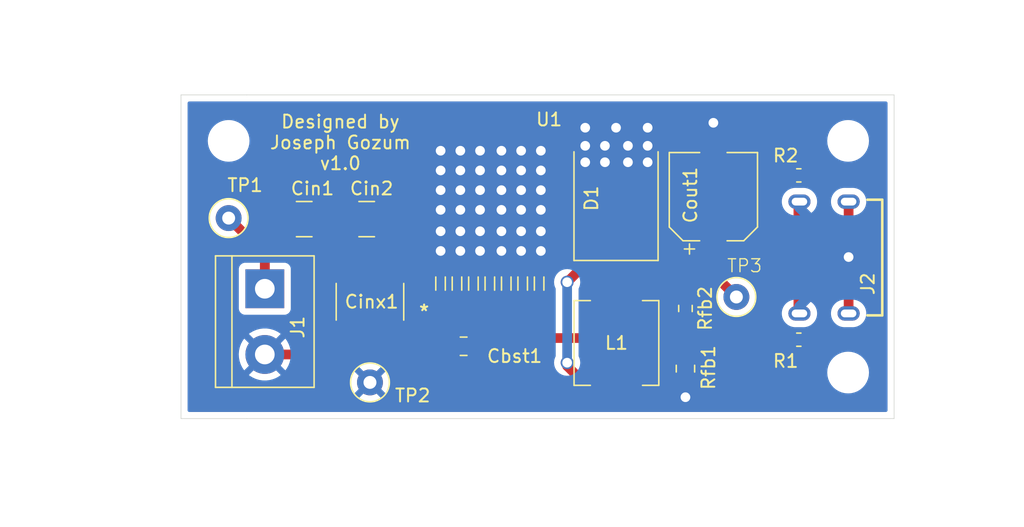
<source format=kicad_pcb>
(kicad_pcb (version 20211014) (generator pcbnew)
  (title_block (title "DC-DC Buck Converter for OctoPrint") (date "2022-01-19") (rev "1") (company "Joseph Gozum") (comment 1 "Designed by Joseph Gozum"))
  (layers (0 "F.Cu" signal) (31 "B.Cu" signal) (34 "B.Paste" user) (35 "F.Paste" user) (36 "B.SilkS" user "B.Silkscreen") (37 "F.SilkS" user "F.Silkscreen") (38 "B.Mask" user) (39 "F.Mask" user) (44 "Edge.Cuts" user))
  (net 0 "")
  (net 3 "Net-(Cin1-Pad2)")
  (net 4 "Vout+")
  (net 5 "Vin+")
  (net 6 "/Boost")
  (net 7 "/SW")
  (net 8 "Vin-")
  (net 9 "/Feedback")
  (net 10 "/CC1")
  (net 11 "/CC2")
  (footprint "Capacitor_SMD:C_0805_2012Metric" (layer "F.Cu") (at 134.62 114.681)
    (fp_text reference "Cbst1" (at 3.937 0.762) (layer "F.SilkS"))
    (fp_text value "10nF")
    (fp_line (start -0.258578 -0.71) (end 0.258578 -0.71) (layer "F.SilkS") (width 0.12))
    (fp_line (start -0.258578 0.71) (end 0.258578 0.71) (layer "F.SilkS") (width 0.12))
    (pad "1" smd roundrect locked (at -0.9375 0) (size 0.975 1.4) (layers "F.Cu" "F.Paste" "F.Mask") (net 7 "/SW"))
    (pad "2" smd roundrect locked (at 0.9375 0) (size 0.975 1.4) (layers "F.Cu" "F.Paste" "F.Mask") (net 6 "/Boost"))
  )
  (footprint "Capacitor_SMD:C_1210_3225Metric" (layer "F.Cu") (at 122.298 104.8535)
    (fp_text reference "Cin1" (at 0.638 -2.3645 180) (layer "F.SilkS"))
    (fp_text value "10uF")
    (fp_line (start -0.602064 1.36) (end 0.602064 1.36) (layer "F.SilkS") (width 0.12))
    (fp_line (start -0.602064 -1.36) (end 0.602064 -1.36) (layer "F.SilkS") (width 0.12))
    (pad "1" smd roundrect locked (at -1.4 0) (size 1.25 2.65) (layers "F.Cu" "F.Paste" "F.Mask") (roundrect_rratio 0.2) (net 5 "Vin+"))
    (pad "2" smd roundrect locked (at 1.4 0) (size 1.25 2.65) (layers "F.Cu" "F.Paste" "F.Mask") (roundrect_rratio 0.2) (net 3 "Net-(Cin1-Pad2)"))
  )
  (footprint "Capacitor_SMD:C_1210_3225Metric" (layer "F.Cu") (at 127.127 104.8535)
    (fp_text reference "Cin2" (at 0.381 -2.3645) (layer "F.SilkS"))
    (fp_text value "10uF")
    (fp_line (start -0.602064 1.36) (end 0.602064 1.36) (layer "F.SilkS") (width 0.12))
    (fp_line (start -0.602064 -1.36) (end 0.602064 -1.36) (layer "F.SilkS") (width 0.12))
    (pad "1" smd roundrect locked (at -1.4 0) (size 1.25 2.65) (layers "F.Cu" "F.Paste" "F.Mask") (roundrect_rratio 0.2) (net 3 "Net-(Cin1-Pad2)"))
    (pad "2" smd roundrect locked (at 1.4 0) (size 1.25 2.65) (layers "F.Cu" "F.Paste" "F.Mask") (roundrect_rratio 0.2) (net 8 "Vin-"))
  )
  (footprint "Capacitor_SMD:C_2220_5650Metric" (layer "F.Cu") (at 127.381 111.242 -90)
    (fp_text reference "Cinx1" (at 0 -0.127) (layer "F.SilkS"))
    (fp_text value "1uF")
    (fp_line (start -1.415748 -2.61) (end 1.415748 -2.61) (layer "F.SilkS") (width 0.12))
    (fp_line (start -1.415748 2.61) (end 1.415748 2.61) (layer "F.SilkS") (width 0.12))
    (pad "1" smd roundrect locked (at -2.55 0 270) (size 1.8 5.4) (layers "F.Cu" "F.Paste" "F.Mask") (roundrect_rratio 0.1388888889) (net 5 "Vin+"))
    (pad "2" smd roundrect locked (at 2.55 0 270) (size 1.8 5.4) (layers "F.Cu" "F.Paste" "F.Mask") (roundrect_rratio 0.1388888889) (net 8 "Vin-"))
  )
  (footprint "Diode_SMD:D_SMC" (layer "F.Cu") (at 146.4 103.251 90)
    (fp_text reference "D1" (at 0 -1.905 90) (layer "F.SilkS"))
    (fp_text value "440mV")
    (fp_line (start -4.8 3.25) (end -4.8 -3.25) (layer "F.SilkS") (width 0.12))
    (fp_line (start -4.8 3.25) (end 3.6 3.25) (layer "F.SilkS") (width 0.12))
    (fp_line (start -4.8 -3.25) (end 3.6 -3.25) (layer "F.SilkS") (width 0.12))
    (pad "1" smd rect locked (at -3.4 0 180) (size 3.3 2.5) (layers "F.Cu" "F.Paste" "F.Mask") (net 7 "/SW"))
    (pad "2" smd rect locked (at 3.4 0 180) (size 3.3 2.5) (layers "F.Cu" "F.Paste" "F.Mask") (net 8 "Vin-"))
  )
  (footprint "TerminalBlock:TerminalBlock_bornier-2_P5.08mm" (layer "F.Cu") (at 119.253 110.236 -90)
    (fp_text reference "J1" (at 2.9695 -2.54 90) (layer "F.SilkS"))
    (fp_text value "Screw_Terminal_01x02")
    (fp_line (start 7.62 2.54) (end -2.54 2.54) (layer "F.SilkS") (width 0.12))
    (fp_line (start 7.62 3.81) (end 7.62 -3.81) (layer "F.SilkS") (width 0.12))
    (fp_line (start -2.54 3.81) (end 7.62 3.81) (layer "F.SilkS") (width 0.12))
    (fp_line (start 7.62 -3.81) (end -2.54 -3.81) (layer "F.SilkS") (width 0.12))
    (fp_line (start -2.54 -3.81) (end -2.54 3.81) (layer "F.SilkS") (width 0.12))
    (pad "1" thru_hole rect locked (at 0 0 270) (size 3 3) (drill 1.52) (layers *.Cu *.Mask) (net 5 "Vin+"))
    (pad "2" thru_hole circle locked (at 5.08 0 270) (size 3 3) (drill 1.52) (layers *.Cu *.Mask) (net 8 "Vin-"))
  )
  (footprint "Inductor_SMD:L_Vishay_IHLP-2525" (layer "F.Cu") (at 146.431 114.427 90)
    (fp_text reference "L1" (at 0 0 180) (layer "F.SilkS"))
    (fp_text value "8.2uH")
    (fp_line (start 3.275 -3.275) (end 3.275 -2.0145) (layer "F.SilkS") (width 0.12))
    (fp_line (start 3.275 3.275) (end 3.275 2.0145) (layer "F.SilkS") (width 0.12))
    (fp_line (start -3.275 -2.0145) (end -3.275 -3.275) (layer "F.SilkS") (width 0.12))
    (fp_line (start -3.275 -3.275) (end 3.275 -3.275) (layer "F.SilkS") (width 0.12))
    (fp_line (start -3.275 2.0145) (end -3.275 3.275) (layer "F.SilkS") (width 0.12))
    (fp_line (start -3.275 3.275) (end 3.275 3.275) (layer "F.SilkS") (width 0.12))
    (pad "1" smd rect locked (at -2.921 0 90) (size 2.413 3.429) (layers "F.Cu" "F.Paste" "F.Mask") (net 7 "/SW"))
    (pad "2" smd rect locked (at 2.921 0 90) (size 2.413 3.429) (layers "F.Cu" "F.Paste" "F.Mask") (net 4 "Vout+"))
  )
  (footprint "Resistor_SMD:R_0603_1608Metric" (layer "F.Cu") (at 160.528 114.173 180)
    (fp_text reference "R1" (at 1.016 -1.651) (layer "F.SilkS"))
    (fp_text value "10kOhms")
    (fp_line (start -0.162779 0.51) (end 0.162779 0.51) (layer "F.SilkS") (width 0.12))
    (fp_line (start -0.162779 -0.51) (end 0.162779 -0.51) (layer "F.SilkS") (width 0.12))
    (pad "1" smd roundrect locked (at -0.7875 0 180) (size 0.875 0.95) (layers "F.Cu" "F.Paste" "F.Mask") (net 10 "/CC1"))
    (pad "2" smd roundrect locked (at 0.7875 0 180) (size 0.875 0.95) (layers "F.Cu" "F.Paste" "F.Mask") (net 4 "Vout+"))
  )
  (footprint "Resistor_SMD:R_0603_1608Metric" (layer "F.Cu") (at 160.528 101.473)
    (fp_text reference "R2" (at -1.016 -1.524) (layer "F.SilkS"))
    (fp_text value "10kOhms")
    (fp_line (start -0.162779 0.51) (end 0.162779 0.51) (layer "F.SilkS") (width 0.12))
    (fp_line (start -0.162779 -0.51) (end 0.162779 -0.51) (layer "F.SilkS") (width 0.12))
    (pad "1" smd roundrect locked (at -0.7875 0) (size 0.875 0.95) (layers "F.Cu" "F.Paste" "F.Mask") (net 4 "Vout+"))
    (pad "2" smd roundrect locked (at 0.7875 0) (size 0.875 0.95) (layers "F.Cu" "F.Paste" "F.Mask") (net 11 "/CC2"))
  )
  (footprint "Resistor_SMD:R_0805_2012Metric" (layer "F.Cu") (at 151.765 116.4105 90)
    (fp_text reference "Rfb1" (at 0.0785 1.778 90) (layer "F.SilkS"))
    (fp_text value "1kOhm")
    (fp_line (start -0.258578 0.71) (end 0.258578 0.71) (layer "F.SilkS") (width 0.12))
    (fp_line (start -0.258578 -0.71) (end 0.258578 -0.71) (layer "F.SilkS") (width 0.12))
    (pad "1" smd roundrect locked (at -0.9375 0 90) (size 0.975 1.4) (layers "F.Cu" "F.Paste" "F.Mask") (net 8 "Vin-"))
    (pad "2" smd roundrect locked (at 0.9375 0 90) (size 0.975 1.4) (layers "F.Cu" "F.Paste" "F.Mask") (net 9 "/Feedback"))
  )
  (footprint "Resistor_SMD:R_0603_1608Metric" (layer "F.Cu") (at 151.765 111.76 -90)
    (fp_text reference "Rfb2" (at 0 -1.524 -90) (layer "F.SilkS"))
    (fp_text value "3.01kOhm")
    (fp_line (start -0.237258 0.5225) (end 0.237258 0.5225) (layer "F.SilkS") (width 0.12))
    (fp_line (start -0.237258 -0.5225) (end 0.237258 -0.5225) (layer "F.SilkS") (width 0.12))
    (pad "1" smd roundrect locked (at -0.825 0 270) (size 0.8 0.95) (layers "F.Cu" "F.Paste" "F.Mask") (net 4 "Vout+"))
    (pad "2" smd roundrect locked (at 0.825 0 270) (size 0.8 0.95) (layers "F.Cu" "F.Paste" "F.Mask") (net 9 "/Feedback"))
  )
  (footprint "USB-C-6pin:GCT_USB4125-GF-A_REVA2" (layer "F.Cu") (at 163.576 107.823 90)
    (fp_text reference "J2" (at -2.032 2.286 90) (layer "F.SilkS"))
    (fp_text value "USB4125-GF-A_REVA2")
    (fp_poly (pts (xy -4.32 -0.05) (xy -4.349 -0.049) (xy -4.377 -0.047) (xy -4.406 -0.043) (xy -4.434 -0.038) (xy -4.462 -0.031) (xy -4.49 -0.023) (xy -4.517 -0.013) (xy -4.544 -0.002) (xy -4.57 0.01) (xy -4.595 0.024) (xy -4.62 0.039) (xy -4.643 0.055) (xy -4.666 0.073) (xy -4.688 0.091) (xy -4.709 0.111) (xy -4.729 0.132) (xy -4.747 0.154) (xy -4.765 0.177) (xy -4.781 0.2) (xy -4.796 0.225) (xy -4.81 0.25) (xy -4.822 0.276) (xy -4.833 0.303) (xy -4.843 0.33) (xy -4.851 0.358) (xy -4.858 0.386) (xy -4.863 0.414) (xy -4.867 0.443) (xy -4.869 0.471) (xy -4.87 0.5) (xy -4.87 1.1) (xy -4.869 1.129) (xy -4.867 1.157) (xy -4.863 1.186) (xy -4.858 1.214) (xy -4.851 1.242) (xy -4.843 1.27) (xy -4.833 1.297) (xy -4.822 1.324) (xy -4.81 1.35) (xy -4.796 1.375) (xy -4.781 1.4) (xy -4.765 1.423) (xy -4.747 1.446) (xy -4.729 1.468) (xy -4.709 1.489) (xy -4.688 1.509) (xy -4.666 1.527) (xy -4.643 1.545) (xy -4.62 1.561) (xy -4.595 1.576) (xy -4.57 1.59) (xy -4.544 1.602) (xy -4.517 1.613) (xy -4.49 1.623) (xy -4.462 1.631) (xy -4.434 1.638) (xy -4.406 1.643) (xy -4.377 1.647) (xy -4.349 1.649) (xy -4.32 1.65) (xy -4.291 1.649) (xy -4.263 1.647) (xy -4.234 1.643) (xy -4.206 1.638) (xy -4.178 1.631) (xy -4.15 1.623) (xy -4.123 1.613) (xy -4.096 1.602) (xy -4.07 1.59) (xy -4.045 1.576) (xy -4.02 1.561) (xy -3.997 1.545) (xy -3.974 1.527) (xy -3.952 1.509) (xy -3.931 1.489) (xy -3.911 1.468) (xy -3.893 1.446) (xy -3.875 1.423) (xy -3.859 1.4) (xy -3.844 1.375) (xy -3.83 1.35) (xy -3.818 1.324) (xy -3.807 1.297) (xy -3.797 1.27) (xy -3.789 1.242) (xy -3.782 1.214) (xy -3.777 1.186) (xy -3.773 1.157) (xy -3.771 1.129) (xy -3.77 1.1) (xy -3.77 0.5) (xy -3.771 0.471) (xy -3.773 0.443) (xy -3.777 0.414) (xy -3.782 0.386) (xy -3.789 0.358) (xy -3.797 0.33) (xy -3.807 0.303) (xy -3.818 0.276) (xy -3.83 0.25) (xy -3.844 0.225) (xy -3.859 0.2) (xy -3.875 0.177) (xy -3.893 0.154) (xy -3.911 0.132) (xy -3.931 0.111) (xy -3.952 0.091) (xy -3.974 0.073) (xy -3.997 0.055) (xy -4.02 0.039) (xy -4.045 0.024) (xy -4.07 0.01) (xy -4.096 -0.002) (xy -4.123 -0.013) (xy -4.15 -0.023) (xy -4.178 -0.031) (xy -4.206 -0.038) (xy -4.234 -0.043) (xy -4.263 -0.047) (xy -4.291 -0.049) (xy -4.32 -0.05)) (layer "F.Cu") (width 0.01) (fill solid))
    (fp_poly (pts (xy 4.32 -0.05) (xy 4.291 -0.049) (xy 4.263 -0.047) (xy 4.234 -0.043) (xy 4.206 -0.038) (xy 4.178 -0.031) (xy 4.15 -0.023) (xy 4.123 -0.013) (xy 4.096 -0.002) (xy 4.07 0.01) (xy 4.045 0.024) (xy 4.02 0.039) (xy 3.997 0.055) (xy 3.974 0.073) (xy 3.952 0.091) (xy 3.931 0.111) (xy 3.911 0.132) (xy 3.893 0.154) (xy 3.875 0.177) (xy 3.859 0.2) (xy 3.844 0.225) (xy 3.83 0.25) (xy 3.818 0.276) (xy 3.807 0.303) (xy 3.797 0.33) (xy 3.789 0.358) (xy 3.782 0.386) (xy 3.777 0.414) (xy 3.773 0.443) (xy 3.771 0.471) (xy 3.77 0.5) (xy 3.77 1.1) (xy 3.771 1.129) (xy 3.773 1.157) (xy 3.777 1.186) (xy 3.782 1.214) (xy 3.789 1.242) (xy 3.797 1.27) (xy 3.807 1.297) (xy 3.818 1.324) (xy 3.83 1.35) (xy 3.844 1.375) (xy 3.859 1.4) (xy 3.875 1.423) (xy 3.893 1.446) (xy 3.911 1.468) (xy 3.931 1.489) (xy 3.952 1.509) (xy 3.974 1.527) (xy 3.997 1.545) (xy 4.02 1.561) (xy 4.045 1.576) (xy 4.07 1.59) (xy 4.096 1.602) (xy 4.123 1.613) (xy 4.15 1.623) (xy 4.178 1.631) (xy 4.206 1.638) (xy 4.234 1.643) (xy 4.263 1.647) (xy 4.291 1.649) (xy 4.32 1.65) (xy 4.349 1.649) (xy 4.377 1.647) (xy 4.406 1.643) (xy 4.434 1.638) (xy 4.462 1.631) (xy 4.49 1.623) (xy 4.517 1.613) (xy 4.544 1.602) (xy 4.57 1.59) (xy 4.595 1.576) (xy 4.62 1.561) (xy 4.643 1.545) (xy 4.666 1.527) (xy 4.688 1.509) (xy 4.709 1.489) (xy 4.729 1.468) (xy 4.747 1.446) (xy 4.765 1.423) (xy 4.781 1.4) (xy 4.796 1.375) (xy 4.81 1.35) (xy 4.822 1.324) (xy 4.833 1.297) (xy 4.843 1.27) (xy 4.851 1.242) (xy 4.858 1.214) (xy 4.863 1.186) (xy 4.867 1.157) (xy 4.869 1.129) (xy 4.87 1.1) (xy 4.87 0.5) (xy 4.869 0.471) (xy 4.867 0.443) (xy 4.863 0.414) (xy 4.858 0.386) (xy 4.851 0.358) (xy 4.843 0.33) (xy 4.833 0.303) (xy 4.822 0.276) (xy 4.81 0.25) (xy 4.796 0.225) (xy 4.781 0.2) (xy 4.765 0.177) (xy 4.747 0.154) (xy 4.729 0.132) (xy 4.709 0.111) (xy 4.688 0.091) (xy 4.666 0.073) (xy 4.643 0.055) (xy 4.62 0.039) (xy 4.595 0.024) (xy 4.57 0.01) (xy 4.544 -0.002) (xy 4.517 -0.013) (xy 4.49 -0.023) (xy 4.462 -0.031) (xy 4.434 -0.038) (xy 4.406 -0.043) (xy 4.377 -0.047) (xy 4.349 -0.049) (xy 4.32 -0.05)) (layer "F.Cu") (width 0.01) (fill solid))
    (fp_poly (pts (xy -4.32 -3.85) (xy -4.349 -3.849) (xy -4.377 -3.847) (xy -4.406 -3.843) (xy -4.434 -3.838) (xy -4.462 -3.831) (xy -4.49 -3.823) (xy -4.517 -3.813) (xy -4.544 -3.802) (xy -4.57 -3.79) (xy -4.595 -3.776) (xy -4.62 -3.761) (xy -4.643 -3.745) (xy -4.666 -3.727) (xy -4.688 -3.709) (xy -4.709 -3.689) (xy -4.729 -3.668) (xy -4.747 -3.646) (xy -4.765 -3.623) (xy -4.781 -3.6) (xy -4.796 -3.575) (xy -4.81 -3.55) (xy -4.822 -3.524) (xy -4.833 -3.497) (xy -4.843 -3.47) (xy -4.851 -3.442) (xy -4.858 -3.414) (xy -4.863 -3.386) (xy -4.867 -3.357) (xy -4.869 -3.329) (xy -4.87 -3.3) (xy -4.87 -2.7) (xy -4.869 -2.671) (xy -4.867 -2.643) (xy -4.863 -2.614) (xy -4.858 -2.586) (xy -4.851 -2.558) (xy -4.843 -2.53) (xy -4.833 -2.503) (xy -4.822 -2.476) (xy -4.81 -2.45) (xy -4.796 -2.425) (xy -4.781 -2.4) (xy -4.765 -2.377) (xy -4.747 -2.354) (xy -4.729 -2.332) (xy -4.709 -2.311) (xy -4.688 -2.291) (xy -4.666 -2.273) (xy -4.643 -2.255) (xy -4.62 -2.239) (xy -4.595 -2.224) (xy -4.57 -2.21) (xy -4.544 -2.198) (xy -4.517 -2.187) (xy -4.49 -2.177) (xy -4.462 -2.169) (xy -4.434 -2.162) (xy -4.406 -2.157) (xy -4.377 -2.153) (xy -4.349 -2.151) (xy -4.32 -2.15) (xy -4.291 -2.151) (xy -4.263 -2.153) (xy -4.234 -2.157) (xy -4.206 -2.162) (xy -4.178 -2.169) (xy -4.15 -2.177) (xy -4.123 -2.187) (xy -4.096 -2.198) (xy -4.07 -2.21) (xy -4.045 -2.224) (xy -4.02 -2.239) (xy -3.997 -2.255) (xy -3.974 -2.273) (xy -3.952 -2.291) (xy -3.931 -2.311) (xy -3.911 -2.332) (xy -3.893 -2.354) (xy -3.875 -2.377) (xy -3.859 -2.4) (xy -3.844 -2.425) (xy -3.83 -2.45) (xy -3.818 -2.476) (xy -3.807 -2.503) (xy -3.797 -2.53) (xy -3.789 -2.558) (xy -3.782 -2.586) (xy -3.777 -2.614) (xy -3.773 -2.643) (xy -3.771 -2.671) (xy -3.77 -2.7) (xy -3.77 -3.3) (xy -3.771 -3.329) (xy -3.773 -3.357) (xy -3.777 -3.386) (xy -3.782 -3.414) (xy -3.789 -3.442) (xy -3.797 -3.47) (xy -3.807 -3.497) (xy -3.818 -3.524) (xy -3.83 -3.55) (xy -3.844 -3.575) (xy -3.859 -3.6) (xy -3.875 -3.623) (xy -3.893 -3.646) (xy -3.911 -3.668) (xy -3.931 -3.689) (xy -3.952 -3.709) (xy -3.974 -3.727) (xy -3.997 -3.745) (xy -4.02 -3.761) (xy -4.045 -3.776) (xy -4.07 -3.79) (xy -4.096 -3.802) (xy -4.123 -3.813) (xy -4.15 -3.823) (xy -4.178 -3.831) (xy -4.206 -3.838) (xy -4.234 -3.843) (xy -4.263 -3.847) (xy -4.291 -3.849) (xy -4.32 -3.85)) (layer "F.Cu") (width 0.01) (fill solid))
    (fp_poly (pts (xy 4.32 -3.85) (xy 4.291 -3.849) (xy 4.263 -3.847) (xy 4.234 -3.843) (xy 4.206 -3.838) (xy 4.178 -3.831) (xy 4.15 -3.823) (xy 4.123 -3.813) (xy 4.096 -3.802) (xy 4.07 -3.79) (xy 4.045 -3.776) (xy 4.02 -3.761) (xy 3.997 -3.745) (xy 3.974 -3.727) (xy 3.952 -3.709) (xy 3.931 -3.689) (xy 3.911 -3.668) (xy 3.893 -3.646) (xy 3.875 -3.623) (xy 3.859 -3.6) (xy 3.844 -3.575) (xy 3.83 -3.55) (xy 3.818 -3.524) (xy 3.807 -3.497) (xy 3.797 -3.47) (xy 3.789 -3.442) (xy 3.782 -3.414) (xy 3.777 -3.386) (xy 3.773 -3.357) (xy 3.771 -3.329) (xy 3.77 -3.3) (xy 3.77 -2.7) (xy 3.771 -2.671) (xy 3.773 -2.643) (xy 3.777 -2.614) (xy 3.782 -2.586) (xy 3.789 -2.558) (xy 3.797 -2.53) (xy 3.807 -2.503) (xy 3.818 -2.476) (xy 3.83 -2.45) (xy 3.844 -2.425) (xy 3.859 -2.4) (xy 3.875 -2.377) (xy 3.893 -2.354) (xy 3.911 -2.332) (xy 3.931 -2.311) (xy 3.952 -2.291) (xy 3.974 -2.273) (xy 3.997 -2.255) (xy 4.02 -2.239) (xy 4.045 -2.224) (xy 4.07 -2.21) (xy 4.096 -2.198) (xy 4.123 -2.187) (xy 4.15 -2.177) (xy 4.178 -2.169) (xy 4.206 -2.162) (xy 4.234 -2.157) (xy 4.263 -2.153) (xy 4.291 -2.151) (xy 4.32 -2.15) (xy 4.349 -2.151) (xy 4.377 -2.153) (xy 4.406 -2.157) (xy 4.434 -2.162) (xy 4.462 -2.169) (xy 4.49 -2.177) (xy 4.517 -2.187) (xy 4.544 -2.198) (xy 4.57 -2.21) (xy 4.595 -2.224) (xy 4.62 -2.239) (xy 4.643 -2.255) (xy 4.666 -2.273) (xy 4.688 -2.291) (xy 4.709 -2.311) (xy 4.729 -2.332) (xy 4.747 -2.354) (xy 4.765 -2.377) (xy 4.781 -2.4) (xy 4.796 -2.425) (xy 4.81 -2.45) (xy 4.822 -2.476) (xy 4.833 -2.503) (xy 4.843 -2.53) (xy 4.851 -2.558) (xy 4.858 -2.586) (xy 4.863 -2.614) (xy 4.867 -2.643) (xy 4.869 -2.671) (xy 4.87 -2.7) (xy 4.87 -3.3) (xy 4.869 -3.329) (xy 4.867 -3.357) (xy 4.863 -3.386) (xy 4.858 -3.414) (xy 4.851 -3.442) (xy 4.843 -3.47) (xy 4.833 -3.497) (xy 4.822 -3.524) (xy 4.81 -3.55) (xy 4.796 -3.575) (xy 4.781 -3.6) (xy 4.765 -3.623) (xy 4.747 -3.646) (xy 4.729 -3.668) (xy 4.709 -3.689) (xy 4.688 -3.709) (xy 4.666 -3.727) (xy 4.643 -3.745) (xy 4.62 -3.761) (xy 4.595 -3.776) (xy 4.57 -3.79) (xy 4.544 -3.802) (xy 4.517 -3.813) (xy 4.49 -3.823) (xy 4.462 -3.831) (xy 4.434 -3.838) (xy 4.406 -3.843) (xy 4.377 -3.847) (xy 4.349 -3.849) (xy 4.32 -3.85)) (layer "F.Cu") (width 0.01) (fill solid))
    (fp_poly (pts (xy 4.32 -0.05) (xy 4.291 -0.049) (xy 4.263 -0.047) (xy 4.234 -0.043) (xy 4.206 -0.038) (xy 4.178 -0.031) (xy 4.15 -0.023) (xy 4.123 -0.013) (xy 4.096 -0.002) (xy 4.07 0.01) (xy 4.045 0.024) (xy 4.02 0.039) (xy 3.997 0.055) (xy 3.974 0.073) (xy 3.952 0.091) (xy 3.931 0.111) (xy 3.911 0.132) (xy 3.893 0.154) (xy 3.875 0.177) (xy 3.859 0.2) (xy 3.844 0.225) (xy 3.83 0.25) (xy 3.818 0.276) (xy 3.807 0.303) (xy 3.797 0.33) (xy 3.789 0.358) (xy 3.782 0.386) (xy 3.777 0.414) (xy 3.773 0.443) (xy 3.771 0.471) (xy 3.77 0.5) (xy 3.77 1.1) (xy 3.771 1.129) (xy 3.773 1.157) (xy 3.777 1.186) (xy 3.782 1.214) (xy 3.789 1.242) (xy 3.797 1.27) (xy 3.807 1.297) (xy 3.818 1.324) (xy 3.83 1.35) (xy 3.844 1.375) (xy 3.859 1.4) (xy 3.875 1.423) (xy 3.893 1.446) (xy 3.911 1.468) (xy 3.931 1.489) (xy 3.952 1.509) (xy 3.974 1.527) (xy 3.997 1.545) (xy 4.02 1.561) (xy 4.045 1.576) (xy 4.07 1.59) (xy 4.096 1.602) (xy 4.123 1.613) (xy 4.15 1.623) (xy 4.178 1.631) (xy 4.206 1.638) (xy 4.234 1.643) (xy 4.263 1.647) (xy 4.291 1.649) (xy 4.32 1.65) (xy 4.349 1.649) (xy 4.377 1.647) (xy 4.406 1.643) (xy 4.434 1.638) (xy 4.462 1.631) (xy 4.49 1.623) (xy 4.517 1.613) (xy 4.544 1.602) (xy 4.57 1.59) (xy 4.595 1.576) (xy 4.62 1.561) (xy 4.643 1.545) (xy 4.666 1.527) (xy 4.688 1.509) (xy 4.709 1.489) (xy 4.729 1.468) (xy 4.747 1.446) (xy 4.765 1.423) (xy 4.781 1.4) (xy 4.796 1.375) (xy 4.81 1.35) (xy 4.822 1.324) (xy 4.833 1.297) (xy 4.843 1.27) (xy 4.851 1.242) (xy 4.858 1.214) (xy 4.863 1.186) (xy 4.867 1.157) (xy 4.869 1.129) (xy 4.87 1.1) (xy 4.87 0.5) (xy 4.869 0.471) (xy 4.867 0.443) (xy 4.863 0.414) (xy 4.858 0.386) (xy 4.851 0.358) (xy 4.843 0.33) (xy 4.833 0.303) (xy 4.822 0.276) (xy 4.81 0.25) (xy 4.796 0.225) (xy 4.781 0.2) (xy 4.765 0.177) (xy 4.747 0.154) (xy 4.729 0.132) (xy 4.709 0.111) (xy 4.688 0.091) (xy 4.666 0.073) (xy 4.643 0.055) (xy 4.62 0.039) (xy 4.595 0.024) (xy 4.57 0.01) (xy 4.544 -0.002) (xy 4.517 -0.013) (xy 4.49 -0.023) (xy 4.462 -0.031) (xy 4.434 -0.038) (xy 4.406 -0.043) (xy 4.377 -0.047) (xy 4.349 -0.049) (xy 4.32 -0.05)) (layer "B.Cu") (width 0.01) (fill solid))
    (fp_poly (pts (xy -4.32 -3.85) (xy -4.349 -3.849) (xy -4.377 -3.847) (xy -4.406 -3.843) (xy -4.434 -3.838) (xy -4.462 -3.831) (xy -4.49 -3.823) (xy -4.517 -3.813) (xy -4.544 -3.802) (xy -4.57 -3.79) (xy -4.595 -3.776) (xy -4.62 -3.761) (xy -4.643 -3.745) (xy -4.666 -3.727) (xy -4.688 -3.709) (xy -4.709 -3.689) (xy -4.729 -3.668) (xy -4.747 -3.646) (xy -4.765 -3.623) (xy -4.781 -3.6) (xy -4.796 -3.575) (xy -4.81 -3.55) (xy -4.822 -3.524) (xy -4.833 -3.497) (xy -4.843 -3.47) (xy -4.851 -3.442) (xy -4.858 -3.414) (xy -4.863 -3.386) (xy -4.867 -3.357) (xy -4.869 -3.329) (xy -4.87 -3.3) (xy -4.87 -2.7) (xy -4.869 -2.671) (xy -4.867 -2.643) (xy -4.863 -2.614) (xy -4.858 -2.586) (xy -4.851 -2.558) (xy -4.843 -2.53) (xy -4.833 -2.503) (xy -4.822 -2.476) (xy -4.81 -2.45) (xy -4.796 -2.425) (xy -4.781 -2.4) (xy -4.765 -2.377) (xy -4.747 -2.354) (xy -4.729 -2.332) (xy -4.709 -2.311) (xy -4.688 -2.291) (xy -4.666 -2.273) (xy -4.643 -2.255) (xy -4.62 -2.239) (xy -4.595 -2.224) (xy -4.57 -2.21) (xy -4.544 -2.198) (xy -4.517 -2.187) (xy -4.49 -2.177) (xy -4.462 -2.169) (xy -4.434 -2.162) (xy -4.406 -2.157) (xy -4.377 -2.153) (xy -4.349 -2.151) (xy -4.32 -2.15) (xy -4.291 -2.151) (xy -4.263 -2.153) (xy -4.234 -2.157) (xy -4.206 -2.162) (xy -4.178 -2.169) (xy -4.15 -2.177) (xy -4.123 -2.187) (xy -4.096 -2.198) (xy -4.07 -2.21) (xy -4.045 -2.224) (xy -4.02 -2.239) (xy -3.997 -2.255) (xy -3.974 -2.273) (xy -3.952 -2.291) (xy -3.931 -2.311) (xy -3.911 -2.332) (xy -3.893 -2.354) (xy -3.875 -2.377) (xy -3.859 -2.4) (xy -3.844 -2.425) (xy -3.83 -2.45) (xy -3.818 -2.476) (xy -3.807 -2.503) (xy -3.797 -2.53) (xy -3.789 -2.558) (xy -3.782 -2.586) (xy -3.777 -2.614) (xy -3.773 -2.643) (xy -3.771 -2.671) (xy -3.77 -2.7) (xy -3.77 -3.3) (xy -3.771 -3.329) (xy -3.773 -3.357) (xy -3.777 -3.386) (xy -3.782 -3.414) (xy -3.789 -3.442) (xy -3.797 -3.47) (xy -3.807 -3.497) (xy -3.818 -3.524) (xy -3.83 -3.55) (xy -3.844 -3.575) (xy -3.859 -3.6) (xy -3.875 -3.623) (xy -3.893 -3.646) (xy -3.911 -3.668) (xy -3.931 -3.689) (xy -3.952 -3.709) (xy -3.974 -3.727) (xy -3.997 -3.745) (xy -4.02 -3.761) (xy -4.045 -3.776) (xy -4.07 -3.79) (xy -4.096 -3.802) (xy -4.123 -3.813) (xy -4.15 -3.823) (xy -4.178 -3.831) (xy -4.206 -3.838) (xy -4.234 -3.843) (xy -4.263 -3.847) (xy -4.291 -3.849) (xy -4.32 -3.85)) (layer "B.Cu") (width 0.01) (fill solid))
    (fp_poly (pts (xy -4.32 -0.05) (xy -4.349 -0.049) (xy -4.377 -0.047) (xy -4.406 -0.043) (xy -4.434 -0.038) (xy -4.462 -0.031) (xy -4.49 -0.023) (xy -4.517 -0.013) (xy -4.544 -0.002) (xy -4.57 0.01) (xy -4.595 0.024) (xy -4.62 0.039) (xy -4.643 0.055) (xy -4.666 0.073) (xy -4.688 0.091) (xy -4.709 0.111) (xy -4.729 0.132) (xy -4.747 0.154) (xy -4.765 0.177) (xy -4.781 0.2) (xy -4.796 0.225) (xy -4.81 0.25) (xy -4.822 0.276) (xy -4.833 0.303) (xy -4.843 0.33) (xy -4.851 0.358) (xy -4.858 0.386) (xy -4.863 0.414) (xy -4.867 0.443) (xy -4.869 0.471) (xy -4.87 0.5) (xy -4.87 1.1) (xy -4.869 1.129) (xy -4.867 1.157) (xy -4.863 1.186) (xy -4.858 1.214) (xy -4.851 1.242) (xy -4.843 1.27) (xy -4.833 1.297) (xy -4.822 1.324) (xy -4.81 1.35) (xy -4.796 1.375) (xy -4.781 1.4) (xy -4.765 1.423) (xy -4.747 1.446) (xy -4.729 1.468) (xy -4.709 1.489) (xy -4.688 1.509) (xy -4.666 1.527) (xy -4.643 1.545) (xy -4.62 1.561) (xy -4.595 1.576) (xy -4.57 1.59) (xy -4.544 1.602) (xy -4.517 1.613) (xy -4.49 1.623) (xy -4.462 1.631) (xy -4.434 1.638) (xy -4.406 1.643) (xy -4.377 1.647) (xy -4.349 1.649) (xy -4.32 1.65) (xy -4.291 1.649) (xy -4.263 1.647) (xy -4.234 1.643) (xy -4.206 1.638) (xy -4.178 1.631) (xy -4.15 1.623) (xy -4.123 1.613) (xy -4.096 1.602) (xy -4.07 1.59) (xy -4.045 1.576) (xy -4.02 1.561) (xy -3.997 1.545) (xy -3.974 1.527) (xy -3.952 1.509) (xy -3.931 1.489) (xy -3.911 1.468) (xy -3.893 1.446) (xy -3.875 1.423) (xy -3.859 1.4) (xy -3.844 1.375) (xy -3.83 1.35) (xy -3.818 1.324) (xy -3.807 1.297) (xy -3.797 1.27) (xy -3.789 1.242) (xy -3.782 1.214) (xy -3.777 1.186) (xy -3.773 1.157) (xy -3.771 1.129) (xy -3.77 1.1) (xy -3.77 0.5) (xy -3.771 0.471) (xy -3.773 0.443) (xy -3.777 0.414) (xy -3.782 0.386) (xy -3.789 0.358) (xy -3.797 0.33) (xy -3.807 0.303) (xy -3.818 0.276) (xy -3.83 0.25) (xy -3.844 0.225) (xy -3.859 0.2) (xy -3.875 0.177) (xy -3.893 0.154) (xy -3.911 0.132) (xy -3.931 0.111) (xy -3.952 0.091) (xy -3.974 0.073) (xy -3.997 0.055) (xy -4.02 0.039) (xy -4.045 0.024) (xy -4.07 0.01) (xy -4.096 -0.002) (xy -4.123 -0.013) (xy -4.15 -0.023) (xy -4.178 -0.031) (xy -4.206 -0.038) (xy -4.234 -0.043) (xy -4.263 -0.047) (xy -4.291 -0.049) (xy -4.32 -0.05)) (layer "B.Cu") (width 0.01) (fill solid))
    (fp_poly (pts (xy 4.32 -3.85) (xy 4.291 -3.849) (xy 4.263 -3.847) (xy 4.234 -3.843) (xy 4.206 -3.838) (xy 4.178 -3.831) (xy 4.15 -3.823) (xy 4.123 -3.813) (xy 4.096 -3.802) (xy 4.07 -3.79) (xy 4.045 -3.776) (xy 4.02 -3.761) (xy 3.997 -3.745) (xy 3.974 -3.727) (xy 3.952 -3.709) (xy 3.931 -3.689) (xy 3.911 -3.668) (xy 3.893 -3.646) (xy 3.875 -3.623) (xy 3.859 -3.6) (xy 3.844 -3.575) (xy 3.83 -3.55) (xy 3.818 -3.524) (xy 3.807 -3.497) (xy 3.797 -3.47) (xy 3.789 -3.442) (xy 3.782 -3.414) (xy 3.777 -3.386) (xy 3.773 -3.357) (xy 3.771 -3.329) (xy 3.77 -3.3) (xy 3.77 -2.7) (xy 3.771 -2.671) (xy 3.773 -2.643) (xy 3.777 -2.614) (xy 3.782 -2.586) (xy 3.789 -2.558) (xy 3.797 -2.53) (xy 3.807 -2.503) (xy 3.818 -2.476) (xy 3.83 -2.45) (xy 3.844 -2.425) (xy 3.859 -2.4) (xy 3.875 -2.377) (xy 3.893 -2.354) (xy 3.911 -2.332) (xy 3.931 -2.311) (xy 3.952 -2.291) (xy 3.974 -2.273) (xy 3.997 -2.255) (xy 4.02 -2.239) (xy 4.045 -2.224) (xy 4.07 -2.21) (xy 4.096 -2.198) (xy 4.123 -2.187) (xy 4.15 -2.177) (xy 4.178 -2.169) (xy 4.206 -2.162) (xy 4.234 -2.157) (xy 4.263 -2.153) (xy 4.291 -2.151) (xy 4.32 -2.15) (xy 4.349 -2.151) (xy 4.377 -2.153) (xy 4.406 -2.157) (xy 4.434 -2.162) (xy 4.462 -2.169) (xy 4.49 -2.177) (xy 4.517 -2.187) (xy 4.544 -2.198) (xy 4.57 -2.21) (xy 4.595 -2.224) (xy 4.62 -2.239) (xy 4.643 -2.255) (xy 4.666 -2.273) (xy 4.688 -2.291) (xy 4.709 -2.311) (xy 4.729 -2.332) (xy 4.747 -2.354) (xy 4.765 -2.377) (xy 4.781 -2.4) (xy 4.796 -2.425) (xy 4.81 -2.45) (xy 4.822 -2.476) (xy 4.833 -2.503) (xy 4.843 -2.53) (xy 4.851 -2.558) (xy 4.858 -2.586) (xy 4.863 -2.614) (xy 4.867 -2.643) (xy 4.869 -2.671) (xy 4.87 -2.7) (xy 4.87 -3.3) (xy 4.869 -3.329) (xy 4.867 -3.357) (xy 4.863 -3.386) (xy 4.858 -3.414) (xy 4.851 -3.442) (xy 4.843 -3.47) (xy 4.833 -3.497) (xy 4.822 -3.524) (xy 4.81 -3.55) (xy 4.796 -3.575) (xy 4.781 -3.6) (xy 4.765 -3.623) (xy 4.747 -3.646) (xy 4.729 -3.668) (xy 4.709 -3.689) (xy 4.688 -3.709) (xy 4.666 -3.727) (xy 4.643 -3.745) (xy 4.62 -3.761) (xy 4.595 -3.776) (xy 4.57 -3.79) (xy 4.544 -3.802) (xy 4.517 -3.813) (xy 4.49 -3.823) (xy 4.462 -3.831) (xy 4.434 -3.838) (xy 4.406 -3.843) (xy 4.377 -3.847) (xy 4.349 -3.849) (xy 4.32 -3.85)) (layer "B.Cu") (width 0.01) (fill solid))
    (fp_line (start -4.47 3.4) (end 4.47 3.4) (layer "F.SilkS") (width 0.2))
    (fp_line (start 4.47 3.4) (end 4.47 2.25) (layer "F.SilkS") (width 0.2))
    (fp_line (start -4.47 2.25) (end -4.47 3.4) (layer "F.SilkS") (width 0.2))
    (pad "A5" smd rect locked (at -0.5 -3.08 90) (size 0.7 1.2) (layers "F.Cu" "F.Paste" "F.Mask") (net 10 "/CC1"))
    (pad "A9" smd rect locked (at 1.52 -3.08 90) (size 0.76 1.2) (layers "F.Cu" "F.Paste" "F.Mask") (net 4 "Vout+"))
    (pad "A12" smd rect locked (at 2.75 -3.08 90) (size 0.8 1.2) (layers "F.Cu" "F.Paste" "F.Mask") (net 8 "Vin-"))
    (pad "B5" smd rect locked (at 0.5 -3.08 90) (size 0.7 1.2) (layers "F.Cu" "F.Paste" "F.Mask") (net 11 "/CC2"))
    (pad "B9" smd rect locked (at -1.52 -3.08 90) (size 0.76 1.2) (layers "F.Cu" "F.Paste" "F.Mask") (net 4 "Vout+"))
    (pad "B12" smd rect locked (at -2.75 -3.08 90) (size 0.8 1.2) (layers "F.Cu" "F.Paste" "F.Mask") (net 8 "Vin-"))
    (pad "S1" thru_hole oval locked (at -4.32 -3 90) (size 0.8 1.6) (drill oval 0.6 1.2) (layers *.Cu) (net 8 "Vin-"))
    (pad "S2" thru_hole oval locked (at 4.32 -3 90) (size 0.8 1.6) (drill oval 0.6 1.2) (layers *.Cu) (net 8 "Vin-"))
    (pad "S3" thru_hole oval locked (at -4.32 0.8 90) (size 0.8 1.6) (drill oval 0.6 1.2) (layers *.Cu) (net 8 "Vin-"))
    (pad "S4" thru_hole oval locked (at 4.32 0.8 90) (size 0.8 1.6) (drill oval 0.6 1.2) (layers *.Cu) (net 8 "Vin-"))
  )
  (footprint "TestPoint:TestPoint_Loop_D2.50mm_Drill1.0mm" (layer "F.Cu") (at 127.381 117.475)
    (fp_text reference "TP2" (at 3.302 1.016) (layer "F.SilkS"))
    (fp_text value "TestPoint")
    (fp_circle (center 0 0) (end 1.5 0) (layer "F.SilkS") (width 0.12) (fill none))
    (pad "1" thru_hole circle locked (at 0 0) (size 2 2) (drill 1) (layers *.Cu *.Mask) (net 8 "Vin-"))
  )
  (footprint "MountingHole:MountingHole_2.2mm_M2" (layer "F.Cu") (at 116.459 98.806)
    (fp_text reference "REF3")
    (fp_text value "MountingHole_2.2mm_M2")
    (pad "" np_thru_hole circle locked (at 0 0) (size 2.2 2.2) (drill 2.2) (layers *.Cu *.Mask))
  )
  (footprint "Capacitor_SMD:CP_Elec_6.3x5.9" (layer "F.Cu") (at 153.924 103.118 90)
    (fp_text reference "Cout1" (at 0.121 -1.778 270) (layer "F.SilkS"))
    (fp_text value "100uF")
    (fp_line (start -4.04375 -2.24125) (end -4.04375 -1.45375) (layer "F.SilkS") (width 0.12))
    (fp_line (start -3.41 2.345563) (end -3.41 1.06) (layer "F.SilkS") (width 0.12))
    (fp_line (start -2.345563 3.41) (end 3.41 3.41) (layer "F.SilkS") (width 0.12))
    (fp_line (start -3.41 -2.345563) (end -2.345563 -3.41) (layer "F.SilkS") (width 0.12))
    (fp_line (start -3.41 -2.345563) (end -3.41 -1.06) (layer "F.SilkS") (width 0.12))
    (fp_line (start -3.41 2.345563) (end -2.345563 3.41) (layer "F.SilkS") (width 0.12))
    (fp_line (start 3.41 -3.41) (end 3.41 -1.06) (layer "F.SilkS") (width 0.12))
    (fp_line (start 3.41 3.41) (end 3.41 1.06) (layer "F.SilkS") (width 0.12))
    (fp_line (start -2.345563 -3.41) (end 3.41 -3.41) (layer "F.SilkS") (width 0.12))
    (fp_line (start -4.4375 -1.8475) (end -3.65 -1.8475) (layer "F.SilkS") (width 0.12))
    (pad "1" smd roundrect locked (at -2.8 0 90) (size 3.5 1.6) (layers "F.Cu" "F.Paste" "F.Mask") (roundrect_rratio 0.15625) (net 4 "Vout+"))
    (pad "2" smd roundrect locked (at 2.8 0 90) (size 3.5 1.6) (layers "F.Cu" "F.Paste" "F.Mask") (roundrect_rratio 0.15625) (net 8 "Vin-"))
  )
  (footprint "MountingHole:MountingHole_2.2mm_M2" (layer "F.Cu") (at 164.338 116.713)
    (fp_text reference "REF1")
    (fp_text value "MountingHole_2.2mm_M2")
    (pad "" np_thru_hole circle locked (at 0 0) (size 2.2 2.2) (drill 2.2) (layers *.Cu *.Mask))
  )
  (footprint "TestPoint:TestPoint_Loop_D2.50mm_Drill1.0mm" (layer "F.Cu") (at 116.459 104.775)
    (fp_text reference "TP1" (at 1.27 -2.54) (layer "F.SilkS"))
    (fp_text value "TestPoint")
    (fp_circle (center 0 0) (end 1.5 0) (layer "F.SilkS") (width 0.12) (fill none))
    (pad "1" thru_hole circle locked (at 0 0) (size 2 2) (drill 1) (layers *.Cu *.Mask) (net 5 "Vin+"))
  )
  (footprint "LM22678-ADJ:LM22678TJE-ADJ&slash_NOPB" (layer "F.Cu") (at 136.646 103.6634)
    (fp_text reference "U1" (at 4.578 -6.5084) (layer "F.SilkS"))
    (fp_text value "LM22678TJ-ADJ")
    (fp_text user "*" (at -5.08 8.3439) (layer "F.SilkS"))
    (fp_text user "*" (at -5.08 8.3439) (layer "F.SilkS"))
    (fp_line (start 1.6383 5.6642) (end 1.6383 6.6802) (layer "F.SilkS") (width 0.12))
    (fp_line (start -0.3683 5.6642) (end -0.3683 6.6802) (layer "F.SilkS") (width 0.12))
    (fp_line (start -2.1717 5.6642) (end -2.1717 6.6802) (layer "F.SilkS") (width 0.12))
    (fp_line (start 3.4417 5.6642) (end 3.4417 6.6802) (layer "F.SilkS") (width 0.12))
    (fp_line (start 2.1717 5.6642) (end 2.1717 6.6802) (layer "F.SilkS") (width 0.12))
    (fp_line (start -0.9017 5.6642) (end -0.9017 6.6802) (layer "F.SilkS") (width 0.12))
    (fp_line (start -3.4417 5.6642) (end -3.4417 6.6802) (layer "F.SilkS") (width 0.12))
    (fp_line (start -2.9083 5.6642) (end -2.9083 6.6802) (layer "F.SilkS") (width 0.12))
    (fp_line (start -4.1783 5.6642) (end -4.1783 6.6802) (layer "F.SilkS") (width 0.12))
    (fp_line (start 4.1783 5.6642) (end 4.1783 6.6802) (layer "F.SilkS") (width 0.12))
    (fp_line (start 0.3683 5.6642) (end 0.3683 6.6802) (layer "F.SilkS") (width 0.12))
    (fp_line (start 2.9083 5.6642) (end 2.9083 6.6802) (layer "F.SilkS") (width 0.12))
    (fp_line (start 0.9017 5.6642) (end 0.9017 6.6802) (layer "F.SilkS") (width 0.12))
    (fp_line (start -1.6383 5.6642) (end -1.6383 6.6802) (layer "F.SilkS") (width 0.12))
    (pad "1" smd rect locked (at -3.81 8.3439) (size 0.7874 2.6162) (layers "F.Cu" "F.Paste" "F.Mask") (net 7 "/SW"))
    (pad "2" smd rect locked (at -2.54 8.3439) (size 0.7874 2.6162) (layers "F.Cu" "F.Paste" "F.Mask") (net 5 "Vin+"))
    (pad "3" smd rect locked (at -1.27 8.3439) (size 0.7874 2.6162) (layers "F.Cu" "F.Paste" "F.Mask") (net 6 "/Boost"))
    (pad "4" smd rect locked (at 0 8.3439) (size 0.7874 2.6162) (layers "F.Cu" "F.Paste" "F.Mask") (net 8 "Vin-"))
    (pad "5" smd rect locked (at 1.27 8.3439) (size 0.7874 2.6162) (layers "F.Cu" "F.Paste" "F.Mask"))
    (pad "6" smd rect locked (at 2.54 8.3439) (size 0.7874 2.6162) (layers "F.Cu" "F.Paste" "F.Mask") (net 9 "/Feedback"))
    (pad "7" smd rect locked (at 3.81 8.3439) (size 0.7874 2.6162) (layers "F.Cu" "F.Paste" "F.Mask"))
    (pad "8" smd rect locked (at 0 -0.1524) (size 10.414 10.414) (layers "F.Cu" "F.Paste" "F.Mask") (net 8 "Vin-"))
  )
  (footprint "MountingHole:MountingHole_2.2mm_M2" (layer "F.Cu") (at 164.338 98.806)
    (fp_text reference "REF2")
    (fp_text value "MountingHole_2.2mm_M2")
    (pad "" np_thru_hole circle locked (at 0 0) (size 2.2 2.2) (drill 2.2) (layers *.Cu *.Mask))
  )
  (footprint "TestPoint:TestPoint_Loop_D2.50mm_Drill1.0mm" (layer "F.Cu") (at 155.702 110.871)
    (fp_text reference "TP3" (at 0.635 -2.413) (layer "F.SilkS") (effects (font (thickness 0.1))))
    (fp_text value "TestPoint")
    (fp_circle (center 0 0) (end 1.5 0) (layer "F.SilkS") (width 0.12) (fill none))
    (pad "1" thru_hole circle locked (at 0 0) (size 2 2) (drill 1) (layers *.Cu *.Mask) (net 4 "Vout+"))
  )
  (gr_line (start 167.894 120.269) (end 167.894 95.25) (layer "Edge.Cuts") (width 0.05))
  (gr_line (start 112.776 95.25) (end 117.856 95.25) (layer "Edge.Cuts") (width 0.05))
  (gr_line (start 117.856 120.269) (end 167.894 120.269) (layer "Edge.Cuts") (width 0.05))
  (gr_line (start 117.856 120.269) (end 112.776 120.269) (layer "Edge.Cuts") (width 0.05))
  (gr_line (start 167.894 95.25) (end 117.856 95.25) (layer "Edge.Cuts") (width 0.05))
  (gr_line (start 112.776 120.269) (end 112.776 95.25) (layer "Edge.Cuts") (width 0.05))
  (gr_text "Designed by\nJoseph Gozum\nv1.0" (at 125.095 98.933) (layer "F.SilkS") (effects (font (size 1 1))))
  (segment (start 123.698 104.8535) (end 125.727 104.8535) (width 0.75) (layer "F.Cu") (net 3))
  (segment (start 146.461 111.536) (end 146.431 111.506) (width 0.75) (layer "F.Cu") (net 4))
  (segment (start 153.924 109.093) (end 153.924 108.585) (width 0.75) (layer "F.Cu") (net 4))
  (segment (start 158.2515 102.962) (end 158.2515 106.3085) (width 0.75) (layer "F.Cu") (net 4))
  (segment (start 149.4005 110.8225) (end 151.765 110.8225) (width 0.75) (layer "F.Cu") (net 4))
  (segment (start 152.4485 110.8225) (end 153.924 109.347) (width 0.75) (layer "F.Cu") (net 4))
  (segment (start 159.146 109.343) (end 158.2515 108.4485) (width 0.75) (layer "F.Cu") (net 4))
  (segment (start 160.496 106.303) (end 159.416978 106.303) (width 0.75) (layer "F.Cu") (net 4))
  (segment (start 155.702 110.871) (end 153.924 109.093) (width 0.75) (layer "F.Cu") (net 4))
  (segment (start 153.924 105.918) (end 157.345 105.918) (width 0.75) (layer "F.Cu") (net 4))
  (segment (start 160.496 106.303) (end 160.496 106.331) (width 0.75) (layer "F.Cu") (net 4))
  (segment (start 151.765 110.8225) (end 152.4485 110.8225) (width 0.75) (layer "F.Cu") (net 4))
  (segment (start 157.345 105.918) (end 158.2515 106.8245) (width 0.75) (layer "F.Cu") (net 4))
  (segment (start 153.924 108.585) (end 153.924 109.347) (width 0.75) (layer "F.Cu") (net 4))
  (segment (start 158.2515 106.3085) (end 158.2515 106.8245) (width 0.75) (layer "F.Cu") (net 4))
  (segment (start 146.431 111.506) (end 148.717 111.506) (width 0.75) (layer "F.Cu") (net 4))
  (segment (start 158.2515 112.684) (end 158.2515 108.4485) (width 0.75) (layer "F.Cu") (net 4))
  (segment (start 159.7405 114.173) (end 158.2515 112.684) (width 0.75) (layer "F.Cu") (net 4))
  (segment (start 153.924 109.347) (end 153.939 109.362) (width 0.75) (layer "F.Cu") (net 4))
  (segment (start 159.411478 106.3085) (end 158.2515 106.3085) (width 0.75) (layer "F.Cu") (net 4))
  (segment (start 158.2515 108.4485) (end 158.2515 106.8245) (width 0.75) (layer "F.Cu") (net 4))
  (segment (start 159.416978 106.303) (end 159.411478 106.3085) (width 0.75) (layer "F.Cu") (net 4))
  (segment (start 153.924 105.918) (end 153.924 108.585) (width 0.75) (layer "F.Cu") (net 4))
  (segment (start 159.7405 101.473) (end 158.2515 102.962) (width 0.75) (layer "F.Cu") (net 4))
  (segment (start 148.717 111.506) (end 149.4005 110.8225) (width 0.75) (layer "F.Cu") (net 4))
  (segment (start 160.496 109.343) (end 159.146 109.343) (width 0.75) (layer "F.Cu") (net 4))
  (segment (start 127.381 108.692) (end 128.813689 110.124689) (width 0.75) (layer "F.Cu") (net 5))
  (segment (start 120.898 104.8535) (end 124.7365 108.692) (width 0.75) (layer "F.Cu") (net 5))
  (segment (start 134.106 110.611) (end 134.106 112.0073) (width 0.75) (layer "F.Cu") (net 5))
  (segment (start 116.459 104.775) (end 119.253 107.569) (width 0.75) (layer "F.Cu") (net 5))
  (segment (start 124.7365 108.692) (end 127.381 108.692) (width 0.75) (layer "F.Cu") (net 5))
  (segment (start 119.253 106.4985) (end 120.898 104.8535) (width 0.75) (layer "F.Cu") (net 5))
  (segment (start 119.253 110.236) (end 119.253 106.4985) (width 0.75) (layer "F.Cu") (net 5))
  (segment (start 133.619689 110.124689) (end 134.106 110.611) (width 0.75) (layer "F.Cu") (net 5))
  (segment (start 119.253 107.569) (end 119.253 110.236) (width 0.75) (layer "F.Cu") (net 5))
  (segment (start 128.813689 110.124689) (end 133.619689 110.124689) (width 0.75) (layer "F.Cu") (net 5))
  (segment (start 135.376 112.0073) (end 135.376 114.4995) (width 0.75) (layer "F.Cu") (net 6))
  (segment (start 135.376 114.4995) (end 135.5575 114.681) (width 0.75) (layer "F.Cu") (net 6))
  (segment (start 146.16848 117.61052) (end 146.431 117.348) (width 0.75) (layer "F.Cu") (net 7))
  (segment (start 146.431 117.348) (end 143.764 117.348) (width 0.75) (layer "F.Cu") (net 7))
  (segment (start 143.764 117.348) (end 142.621 116.205) (width 0.75) (layer "F.Cu") (net 7))
  (segment (start 132.836 113.8345) (end 133.6825 114.681) (width 0.75) (layer "F.Cu") (net 7))
  (segment (start 135.509 117.348) (end 146.431 117.348) (width 0.75) (layer "F.Cu") (net 7))
  (segment (start 132.836 112.0073) (end 132.836 113.8345) (width 0.75) (layer "F.Cu") (net 7))
  (segment (start 142.621 109.728) (end 145.698 106.651) (width 0.75) (layer "F.Cu") (net 7))
  (segment (start 145.698 106.651) (end 146.4 106.651) (width 0.75) (layer "F.Cu") (net 7))
  (segment (start 142.621 116.205) (end 142.621 115.951) (width 0.75) (layer "F.Cu") (net 7))
  (segment (start 133.6825 115.5215) (end 135.509 117.348) (width 0.75) (layer "F.Cu") (net 7))
  (segment (start 133.6825 114.681) (end 133.6825 115.5215) (width 0.75) (layer "F.Cu") (net 7))
  (via (at 142.621 115.951) (size 1) (drill 0.75) (layers "F.Cu" "B.Cu") (net 7))
  (via (at 142.621 109.728) (size 1) (drill 0.75) (layers "F.Cu" "B.Cu") (net 7))
  (segment (start 142.621 115.951) (end 142.621 109.728) (width 0.75) (layer "B.Cu") (net 7))
  (segment (start 129.8695 103.511) (end 136.646 103.511) (width 0.75) (layer "F.Cu") (net 8))
  (segment (start 128.527 104.8535) (end 129.8695 103.511) (width 0.75) (layer "F.Cu") (net 8))
  (segment (start 151.765 117.348) (end 151.765 118.618) (width 0.75) (layer "F.Cu") (net 8))
  (segment (start 164.376 107.785) (end 164.376 103.503) (width 0.75) (layer "F.Cu") (net 8))
  (segment (start 135.89 104.14) (end 136.017 104.14) (width 0.75) (layer "F.Cu") (net 8))
  (segment (start 153.924 100.318) (end 153.924 97.409) (width 0.75) (layer "F.Cu") (net 8))
  (segment (start 160.496 103.583) (end 160.576 103.503) (width 0.75) (layer "F.Cu") (net 8))
  (segment (start 146.4 99.218) (end 146.4 97.948) (width 0.75) (layer "F.Cu") (net 8))
  (segment (start 136.017 104.14) (end 136.646 103.511) (width 0.75) (layer "F.Cu") (net 8))
  (segment (start 160.496 110.573) (end 160.496 112.063) (width 0.75) (layer "F.Cu") (net 8))
  (segment (start 146.4 99.851) (end 146.4 99.218) (width 0.75) (layer "F.Cu") (net 8))
  (segment (start 119.253 115.316) (end 125.857 115.316) (width 0.75) (layer "F.Cu") (net 8))
  (segment (start 160.496 112.063) (end 160.576 112.143) (width 0.75) (layer "F.Cu") (net 8))
  (segment (start 136.646 112.0073) (end 136.646 103.511) (width 0.75) (layer "F.Cu") (net 8))
  (segment (start 160.496 105.073) (end 160.496 103.583) (width 0.75) (layer "F.Cu") (net 8))
  (segment (start 164.376 112.143) (end 164.376 107.785) (width 0.75) (layer "F.Cu") (net 8))
  (segment (start 125.857 115.316) (end 127.381 113.792) (width 0.75) (layer "F.Cu") (net 8))
  (via (at 164.376 107.785) (size 1) (drill 0.75) (layers "F.Cu" "B.Cu") (net 8))
  (via (at 144.018 97.79) (size 1) (drill 0.75) (layers "F.Cu" "B.Cu") (net 8))
  (via (at 137.541 99.568) (size 1) (drill 0.75) (layers "F.Cu" "B.Cu") (net 8))
  (via (at 139.065 102.616) (size 1) (drill 0.75) (layers "F.Cu" "B.Cu") (net 8))
  (via (at 135.89 104.14) (size 1) (drill 0.75) (layers "F.Cu" "B.Cu") (net 8))
  (via (at 132.842 105.791) (size 1) (drill 0.75) (layers "F.Cu" "B.Cu") (net 8))
  (via (at 134.366 99.568) (size 1) (drill 0.75) (layers "F.Cu" "B.Cu") (net 8))
  (via (at 135.89 107.315) (size 1) (drill 0.75) (layers "F.Cu" "B.Cu") (net 8))
  (via (at 153.924 97.409) (size 1) (drill 0.75) (layers "F.Cu" "B.Cu") (net 8))
  (via (at 135.89 99.568) (size 1) (drill 0.75) (layers "F.Cu" "B.Cu") (net 8))
  (via (at 139.065 104.14) (size 1) (drill 0.75) (layers "F.Cu" "B.Cu") (net 8))
  (via (at 137.541 104.14) (size 1) (drill 0.75) (layers "F.Cu" "B.Cu") (net 8))
  (via (at 132.842 107.315) (size 1) (drill 0.75) (layers "F.Cu" "B.Cu") (net 8))
  (via (at 132.842 99.568) (size 1) (drill 0.75) (layers "F.Cu" "B.Cu") (net 8))
  (via (at 140.589 105.791) (size 1) (drill 0.75) (layers "F.Cu" "B.Cu") (net 8))
  (via (at 140.589 99.568) (size 1) (drill 0.75) (layers "F.Cu" "B.Cu") (net 8))
  (via (at 144.018 99.187) (size 1) (drill 0.75) (layers "F.Cu" "B.Cu") (net 8))
  (via (at 140.589 107.315) (size 1) (drill 0.75) (layers "F.Cu" "B.Cu") (net 8))
  (via (at 148.844 100.457) (size 1) (drill 0.75) (layers "F.Cu" "B.Cu") (net 8))
  (via (at 140.589 101.092) (size 1) (drill 0.75) (layers "F.Cu" "B.Cu") (net 8))
  (via (at 137.541 101.092) (size 1) (drill 0.75) (layers "F.Cu" "B.Cu") (net 8))
  (via (at 135.89 101.092) (size 1) (drill 0.75) (layers "F.Cu" "B.Cu") (net 8))
  (via (at 135.89 105.791) (size 1) (drill 0.75) (layers "F.Cu" "B.Cu") (net 8))
  (via (at 145.542 99.187) (size 1) (drill 0.75) (layers "F.Cu" "B.Cu") (net 8))
  (via (at 148.844 97.79) (size 1) (drill 0.75) (layers "F.Cu" "B.Cu") (net 8))
  (via (at 139.065 99.568) (size 1) (drill 0.75) (layers "F.Cu" "B.Cu") (net 8))
  (via (at 145.542 100.457) (size 1) (drill 0.75) (layers "F.Cu" "B.Cu") (net 8))
  (via (at 144.018 100.457) (size 1) (drill 0.75) (layers "F.Cu" "B.Cu") (net 8))
  (via (at 139.065 105.791) (size 1) (drill 0.75) (layers "F.Cu" "B.Cu") (net 8))
  (via (at 134.366 101.092) (size 1) (drill 0.75) (layers "F.Cu" "B.Cu") (net 8))
  (via (at 132.842 102.616) (size 1) (drill 0.75) (layers "F.Cu" "B.Cu") (net 8))
  (via (at 139.065 101.092) (size 1) (drill 0.75) (layers "F.Cu" "B.Cu") (net 8))
  (via (at 132.842 101.092) (size 1) (drill 0.75) (layers "F.Cu" "B.Cu") (net 8))
  (via (at 135.89 102.616) (size 1) (drill 0.75) (layers "F.Cu" "B.Cu") (net 8))
  (via (at 148.844 99.187) (size 1) (drill 0.75) (layers "F.Cu" "B.Cu") (net 8))
  (via (at 134.366 105.791) (size 1) (drill 0.75) (layers "F.Cu" "B.Cu") (net 8))
  (via (at 134.366 104.14) (size 1) (drill 0.75) (layers "F.Cu" "B.Cu") (net 8))
  (via (at 132.842 104.14) (size 1) (drill 0.75) (layers "F.Cu" "B.Cu") (net 8))
  (via (at 134.366 107.315) (size 1) (drill 0.75) (layers "F.Cu" "B.Cu") (net 8))
  (via (at 137.541 105.791) (size 1) (drill 0.75) (layers "F.Cu" "B.Cu") (net 8))
  (via (at 137.541 102.616) (size 1) (drill 0.75) (layers "F.Cu" "B.Cu") (net 8))
  (via (at 140.589 104.14) (size 1) (drill 0.75) (layers "F.Cu" "B.Cu") (net 8))
  (via (at 151.765 118.618) (size 1) (drill 0.75) (layers "F.Cu" "B.Cu") (net 8))
  (via (at 146.4 97.79) (size 1) (drill 0.75) (layers "F.Cu" "B.Cu") (net 8))
  (via (at 140.589 102.616) (size 1) (drill 0.75) (layers "F.Cu" "B.Cu") (net 8))
  (via (at 134.366 102.616) (size 1) (drill 0.75) (layers "F.Cu" "B.Cu") (net 8))
  (via (at 139.065 107.315) (size 1) (drill 0.75) (layers "F.Cu" "B.Cu") (net 8))
  (via (at 147.32 99.187) (size 1) (drill 0.75) (layers "F.Cu" "B.Cu") (net 8))
  (via (at 137.541 107.315) (size 1) (drill 0.75) (layers "F.Cu" "B.Cu") (net 8))
  (via (at 147.32 100.457) (size 1) (drill 0.75) (layers "F.Cu" "B.Cu") (net 8))
  (segment (start 160.576 112.143) (end 160.576 111.585) (width 0.75) (layer "B.Cu") (net 8))
  (segment (start 160.576 103.503) (end 160.576 103.985) (width 0.75) (layer "B.Cu") (net 8))
  (segment (start 160.576 111.585) (end 164.376 107.785) (width 0.75) (layer "B.Cu") (net 8))
  (segment (start 160.576 103.985) (end 164.376 107.785) (width 0.75) (layer "B.Cu") (net 8))
  (segment (start 139.186 112.0073) (end 139.186 113.588122) (width 0.75) (layer "F.Cu") (net 9))
  (segment (start 151.765 115.473) (end 151.765 114.046) (width 0.75) (layer "F.Cu") (net 9))
  (segment (start 139.643878 114.046) (end 151.765 114.046) (width 0.75) (layer "F.Cu") (net 9))
  (segment (start 139.186 113.588122) (end 139.643878 114.046) (width 0.75) (layer "F.Cu") (net 9))
  (segment (start 151.765 112.6975) (end 151.765 114.046) (width 0.75) (layer "F.Cu") (net 9))
  (segment (start 161.70052 113.78798) (end 161.70052 113.76248) (width 0.75) (layer "F.Cu") (net 10))
  (segment (start 162.433 109.41) (end 161.346 108.323) (width 0.75) (layer "F.Cu") (net 10))
  (segment (start 161.346 108.323) (end 160.496 108.323) (width 0.75) (layer "F.Cu") (net 10))
  (segment (start 161.70052 113.76248) (end 162.433 113.03) (width 0.75) (layer "F.Cu") (net 10))
  (segment (start 161.3155 114.173) (end 161.70052 113.78798) (width 0.75) (layer "F.Cu") (net 10))
  (segment (start 162.433 113.03) (end 162.433 109.41) (width 0.75) (layer "F.Cu") (net 10))
  (segment (start 160.496 107.323) (end 161.79 107.323) (width 0.75) (layer "F.Cu") (net 11))
  (segment (start 161.79 107.323) (end 162.433 106.68) (width 0.75) (layer "F.Cu") (net 11))
  (segment (start 162.433 102.743) (end 161.3155 101.6255) (width 0.75) (layer "F.Cu") (net 11))
  (segment (start 162.433 106.68) (end 162.433 102.743) (width 0.75) (layer "F.Cu") (net 11))
  (segment (start 161.3155 101.6255) (end 161.3155 101.473) (width 0.75) (layer "F.Cu") (net 11))
  (zone (net 8) (net_name "Vin-") (layer "B.Cu") (connect_pads (clearance 0.508)) (min_thickness 0.254) (fill yes (thermal_gap 0.508) (thermal_bridge_width 0.508))
    (polygon (pts (xy 167.894 120.269) (xy 112.776 120.269) (xy 112.776 95.25) (xy 167.894 95.25)))
  )
)
</source>
